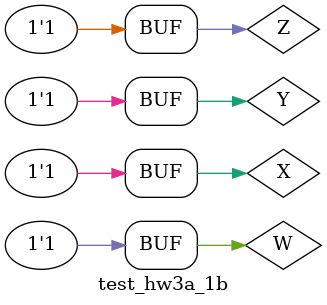
<source format=v>
`timescale 1ns / 1ps


module test_hw3a_1b;
wire F;
reg W, X, Y, Z;

hw3a_1b_2 U0(.f(F),.w(W),.x(X),.y(Y),.z(Z));

initial
begin
W=0;X=0;Y=0;Z=0;
#10 W=0;X=0;Y=0;Z=1;
#10 W=0;X=0;Y=1;Z=0;
#10 W=0;X=0;Y=1;Z=1;
#10 W=0;X=1;Y=0;Z=0;
#10 W=0;X=1;Y=0;Z=1;
#10 W=0;X=1;Y=1;Z=0;
#10 W=0;X=1;Y=1;Z=1;
#10 W=1;X=0;Y=0;Z=0;
#10 W=1;X=0;Y=0;Z=1;
#10 W=1;X=0;Y=1;Z=0;
#10 W=1;X=0;Y=1;Z=1;
#10 W=1;X=1;Y=0;Z=0;
#10 W=1;X=1;Y=0;Z=1;
#10 W=1;X=1;Y=1;Z=0;
#10 W=1;X=1;Y=1;Z=1;
end
endmodule

</source>
